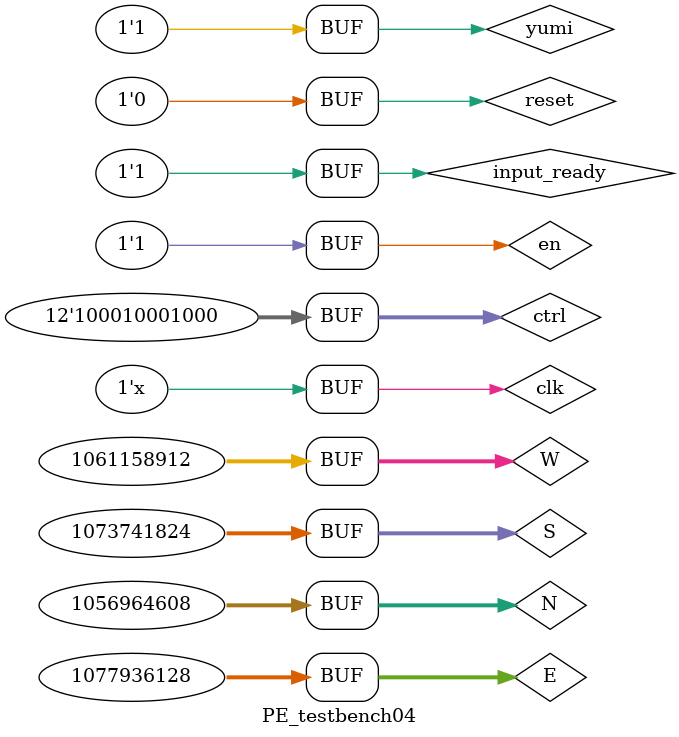
<source format=sv>
`timescale 1ns / 1ps


module PE_testbench04();

  reg clk; // 时钟信号
  reg reset;

  // input
  reg [31:0] E, S, W, N;
  reg [11:0] ctrl; // 控制信号
  reg en;
  reg input_ready;
  reg yumi;

  //output
  wire ready_and_o, output_ready;
  wire [31:0] OutputE, OutputS, OutputW, OutputN;
  wire [31:0] Data_memory;
  wire unimplemented_o, invalid_o, overflow_o, underflow_o;

  PE_fp complex_PE (
    .clk(clk),
    .reset(reset),
    .ctrl(ctrl),
    .E(E),
    .S(S),
    .W(W),
    .N(N),
    .en(en),
    .input_ready(input_ready),
    .yumi(yumi),
    .ready_and_o(ready_and_o),
    .output_ready(output_ready),
    .OutputE(OutputE),
    .OutputS(OutputS),
    .OutputW(OutputW),
    .OutputN(OutputN),
    .Data_memory(Data_memory),
    .unimplemented_o(unimplemented_o),
    .invalid_o(invalid_o),
    .overflow_o(overflow_o),
    .underflow_o(underflow_o)
  );

  initial begin
    clk = 1'b1; // 初始化时钟信号为 1
    reset = 1;
    en = 0;
    input_ready = 0;
    yumi = 0;
    
    #10
    reset = 0; // 复位信号保持低电平
    en = 1; // 使能信号置高
    input_ready = 1; // 输入准备信号置高
    yumi = 1; // yumi信号置高


    // 初始化输入值和控制信号
    E = 32'b0_10000000_10000000000000000000000;
    S = 32'b0_10000000_00000000000000000000000;
    W = 32'b0_01111110_10000000000000000000000;
    N = 32'b0_01111110_00000000000000000000000;

    //output（3bit）_op1(3bit)_op2(3bit)_opcode(2bit)
    ctrl = 12'b000_000_001_000; // 


    // 在时钟上升沿时，更新寄存器的值
    #10 ctrl = 12'b000_001_010_001; // REG1*W->REG2
  // REG2=4*2=1000(8)


    // 在时钟上升沿时，更新寄存器的值
    // 除法保留整数部分
    #10 ctrl = 12'b011_010_011_010; // REG1/REG2->Data_mem


    #10 ctrl = 12'b010_011_011_010; // REG1/REG2->Data_mem

    #10 ctrl = 12'b100_010_001_000; // REG1/REG2->Data_mem


   end

    always begin
   #5 clk = ~clk; // 定义一个 10ns 周期的时钟信号
   end


endmodule

</source>
